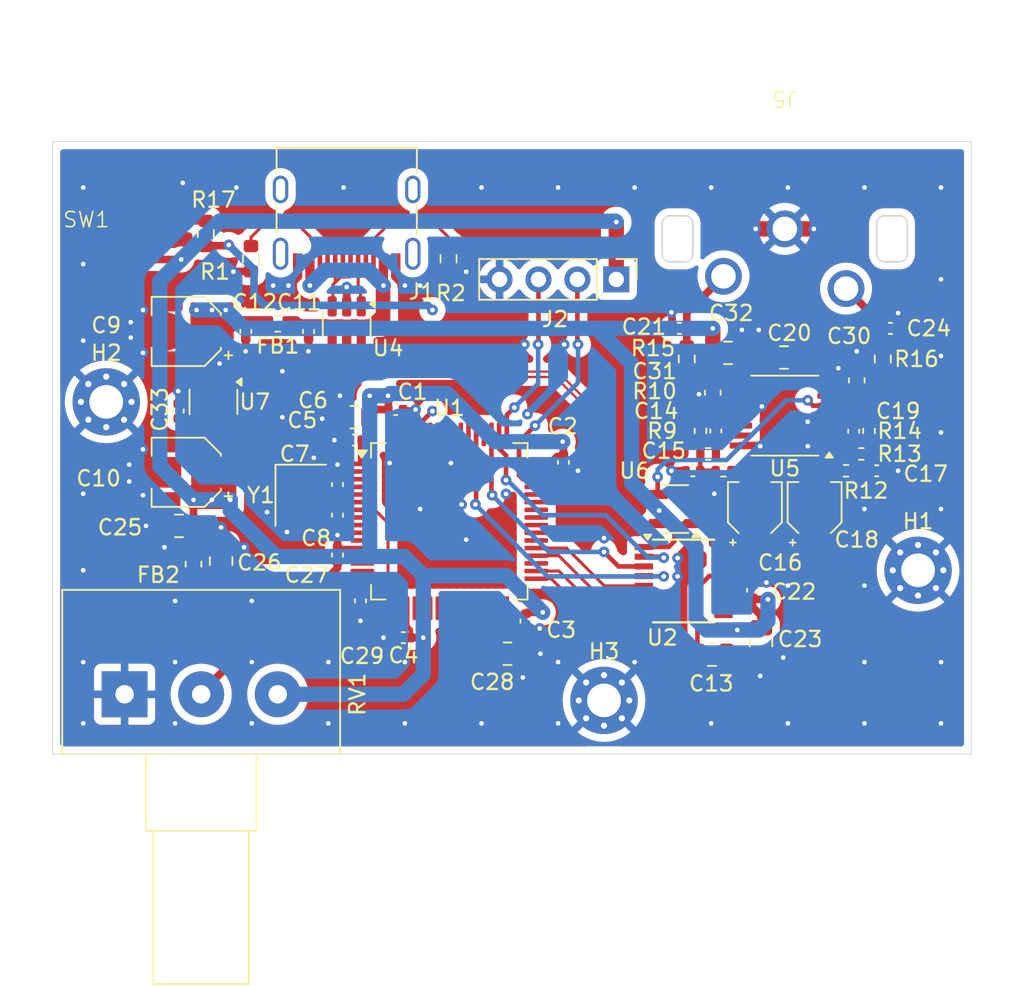
<source format=kicad_pcb>
(kicad_pcb (version 20240108) (generator "pcbnew") (generator_version "8.0")
  (layers (0 "F.Cu" signal) (1 "In1.Cu" signal) (2 "In2.Cu" signal) (31 "B.Cu" signal) (34 "B.Paste" user) (35 "F.Paste" user) (36 "B.SilkS" user "B.Silkscreen") (37 "F.SilkS" user "F.Silkscreen") (38 "B.Mask" user) (39 "F.Mask" user) (44 "Edge.Cuts" user))
  (net 0 "")
  (net 1 "GND")
  (net 2 "+3.3V")
  (net 3 "Net-(U1-PH0)")
  (net 4 "Net-(U1-PH1)")
  (net 5 "+5V")
  (net 6 "VBUS")
  (net 7 "Net-(U2-V_{COM})")
  (net 8 "Net-(U5--INL)")
  (net 9 "Net-(U5-OUTL)")
  (net 10 "Net-(C15-Pad2)")
  (net 11 "Net-(U2-V_{OUT}L)")
  (net 12 "Net-(C17-Pad2)")
  (net 13 "Net-(U2-V_{OUT}R)")
  (net 14 "Net-(U5-OUTR)")
  (net 15 "Net-(U5--INR)")
  (net 16 "Net-(U5-CN)")
  (net 17 "Net-(U5-CP)")
  (net 18 "AUDIO_OUT_L")
  (net 19 "AUDIO_OUT_R")
  (net 20 "+3.3VA")
  (net 21 "Net-(U1-VCAP1)")
  (net 22 "Net-(U1-NRST)")
  (net 23 "Net-(U5-PVSS)")
  (net 24 "Net-(J1-D--PadA7)")
  (net 26 "Net-(J1-CC2)")
  (net 27 "Net-(J1-D+-PadA6)")
  (net 31 "Net-(J1-CC1)")
  (net 34 "SWCLK")
  (net 35 "SWDIO")
  (net 36 "I2S2_MCK")
  (net 37 "I2S2_WS")
  (net 38 "I2S2_CK")
  (net 39 "I2S2_SD")
  (net 40 "Net-(SW1-B)")
  (net 41 "Net-(U1-BOOT0)")
  (net 47 "unconnected-(U1-PA8-Pad41)")
  (net 62 "USB_D+")
  (net 65 "SPI3_MOSI")
  (net 70 "USB_D-")
  (net 72 "unconnected-(U1-PC9-Pad40)")
  (net 80 "Net-(U2-ZEROR)")
  (net 81 "Net-(U2-ZEROL)")
  (net 85 "DRV_EN")
  (net 86 "Net-(C16-Pad2)")
  (net 87 "Net-(C18-Pad2)")
  (net 88 "Net-(U7-BP)")
  (net 90 "ADC1_IN2")
  (net 91 "SPI3_NSS")
  (net 92 "SPI3_SCK")
  (footprint "Capacitor_SMD:C_0402_1005Metric" (layer "F.Cu") (at 70.4 84.5)
    (property "Reference" "C1")
    (property "Value" "100n")
  )
  (footprint "Capacitor_SMD:CP_Elec_4x5.4" (layer "F.Cu") (at 56.725 88.6 180)
    (property "Reference" "C10")
    (property "Value" "4.7u")
  )
  (footprint "Capacitor_SMD:C_0402_1005Metric" (layer "F.Cu") (at 101.8 88.5 180)
    (property "Reference" "C17")
    (property "Value" "680p")
  )
  (footprint "Capacitor_SMD:C_0402_1005Metric" (layer "F.Cu") (at 93.7 96.31 90)
    (property "Reference" "C22")
    (property "Value" "100n")
  )
  (footprint "custom_lib:XDJK-0271-1650" (layer "F.Cu") (at 95.8 72.7 180)
    (property "Reference" "J5")
    (property "Value" "Conn_Coaxial_x2")
    (fp_line (start 8 -1.65) (end 8 0.35) (stroke (width 0.1)) (layer "Edge.Cuts"))
    (fp_line (start 7.5 0.85) (end 6.5 0.85) (stroke (width 0.1)) (layer "Edge.Cuts"))
    (fp_line (start 7.5 -2.15) (end 6.5 -2.15) (stroke (width 0.1)) (layer "Edge.Cuts"))
    (fp_line (start 6 0.35) (end 6 -1.65) (stroke (width 0.1)) (layer "Edge.Cuts"))
    (fp_line (start -6 -1.65) (end -6 0.35) (stroke (width 0.1)) (layer "Edge.Cuts"))
    (fp_line (start -6.5 0.85) (end -7.5 0.85) (stroke (width 0.1)) (layer "Edge.Cuts"))
    (fp_line (start -6.5 -2.15) (end -7.5 -2.15) (stroke (width 0.1)) (layer "Edge.Cuts"))
    (fp_line (start -8 0.35) (end -8 -1.65) (stroke (width 0.1)) (layer "Edge.Cuts"))
    (fp_arc (start 8 0.35) (mid 7.853553 0.703553) (end 7.5 0.85) (stroke (width 0.1)) (layer "Edge.Cuts"))
    (fp_arc (start 7.5 -2.15) (mid 7.853553 -2.003553) (end 8 -1.65) (stroke (width 0.1)) (layer "Edge.Cuts"))
    (fp_arc (start 6.5 0.85) (mid 6.146447 0.703553) (end 6 0.35) (stroke (width 0.1)) (layer "Edge.Cuts"))
    (fp_arc (start 6 -1.65) (mid 6.146447 -2.003553) (end 6.5 -2.15) (stroke (width 0.1)) (layer "Edge.Cuts"))
    (fp_arc (start -6 0.35) (mid -6.146447 0.703553) (end -6.5 0.85) (stroke (width 0.1)) (layer "Edge.Cuts"))
    (fp_arc (start -6.5 -2.15) (mid -6.146447 -2.003553) (end -6 -1.65) (stroke (width 0.1)) (layer "Edge.Cuts"))
    (fp_arc (start -7.5 0.85) (mid -7.853553 0.703553) (end -8 0.35) (stroke (width 0.1)) (layer "Edge.Cuts"))
    (fp_arc (start -8 -1.65) (mid -7.853553 -2.003553) (end -7.5 -2.15) (stroke (width 0.1)) (layer "Edge.Cuts"))
  )
  (footprint "Connector_USB:USB_C_Receptacle_G-Switch_GT-USB-7010ASV" (layer "F.Cu") (at 67.2 71.2 180)
    (property "Reference" "J1")
    (property "Value" "USB_C_Receptacle_USB2.0_16P")
  )
  (footprint "Capacitor_SMD:C_0402_1005Metric" (layer "F.Cu") (at 88.92 79.2 180)
    (property "Reference" "C21")
    (property "Value" "33p")
  )
  (footprint "Potentiometer_THT:Potentiometer_Alps_RK163_Single_Horizontal" (layer "F.Cu") (at 52.7 103.1 90)
    (property "Reference" "RV1")
    (property "Value" "R_Potentiometer")
  )
  (footprint "Resistor_SMD:R_0603_1608Metric" (layer "F.Cu") (at 102.2 81.2 90)
    (property "Reference" "R16")
    (property "Value" "47")
  )
  (footprint "custom_lib:JS102011JCQN" (layer "F.Cu") (at 51.625 72.2 -90)
    (property "Reference" "SW1")
    (property "Value" "SW_SPDT")
  )
  (footprint "Package_QFP:LQFP-64_10x10mm_P0.5mm" (layer "F.Cu") (at 73.9 91.8)
    (property "Reference" "U1")
    (property "Value" "STM32F401RCT6")
  )
  (footprint "Resistor_SMD:R_0402_1005Metric" (layer "F.Cu") (at 101.3 85.9 90)
    (property "Reference" "R14")
    (property "Value" "28k")
  )
  (footprint "Capacitor_SMD:C_0805_2012Metric" (layer "F.Cu") (at 67.7 85 180)
    (property "Reference" "C6")
    (property "Value" "10u")
  )
  (footprint "Capacitor_SMD:C_0402_1005Metric" (layer "F.Cu") (at 60.612499 79.4 -90)
    (property "Reference" "C12")
    (property "Value" "100n")
  )
  (footprint "Capacitor_SMD:C_0402_1005Metric" (layer "F.Cu") (at 89.8 88.5)
    (property "Reference" "C15")
    (property "Value" "680p")
  )
  (footprint "Capacitor_SMD:C_0805_2012Metric" (layer "F.Cu") (at 56.250001 92.1 180)
    (property "Reference" "C25")
    (property "Value" "1u")
  )
  (footprint "Resistor_SMD:R_0603_1608Metric" (layer "F.Cu") (at 58 73 -90)
    (property "Reference" "R17")
    (property "Value" "10k")
  )
  (footprint "Capacitor_SMD:C_0402_1005Metric" (layer "F.Cu") (at 100.3 85.92 90)
    (property "Reference" "C19")
    (property "Value" "100p")
  )
  (footprint "Resistor_SMD:R_0603_1608Metric" (layer "F.Cu") (at 89.4 81.2 90)
    (property "Reference" "R15")
    (property "Value" "47")
  )
  (footprint "Capacitor_SMD:C_0805_2012Metric" (layer "F.Cu") (at 94.25 99.71 -90)
    (property "Reference" "C23")
    (property "Value" "10u")
  )
  (footprint "Capacitor_SMD:CP_Elec_3x5.4" (layer "F.Cu") (at 93.85 91 90)
    (property "Reference" "C16")
    (property "Value" "10u")
  )
  (footprint "Capacitor_SMD:C_0603_1608Metric" (layer "F.Cu") (at 91.1 83.4 -90)
    (property "Reference" "C31")
    (property "Value" "1u")
  )
  (footprint "Resistor_SMD:R_0402_1005Metric" (layer "F.Cu") (at 91.8 88.5 180)
    (property "Reference" "R11" (hide yes))
    (property "Value" "14k")
  )
  (footprint "Resistor_SMD:R_0402_1005Metric" (layer "F.Cu") (at 99.8 88.5)
    (property "Reference" "R12")
    (property "Value" "14k")
  )
  (footprint "Capacitor_SMD:C_0402_1005Metric" (layer "F.Cu") (at 66.6 89.4 90)
    (property "Reference" "C7")
    (property "Value" "20p")
  )
  (footprint "Capacitor_SMD:C_0402_1005Metric" (layer "F.Cu") (at 78.9 98.32 -90)
    (property "Reference" "C3")
    (property "Value" "100n")
  )
  (footprint "Resistor_SMD:R_0603_1608Metric" (layer "F.Cu") (at 73.85 74.65 -90)
    (property "Reference" "R2")
    (property "Value" "5k1")
  )
  (footprint "Capacitor_SMD:C_0402_1005Metric" (layer "F.Cu") (at 102.7 79.2)
    (property "Reference" "C24")
    (property "Value" "33p")
  )
  (footprint "Package_SO:SSOP-16_3.9x4.9mm_P0.635mm" (layer "F.Cu") (at 89.2 95.7)
    (property "Reference" "U2")
    (property "Value" "PCM1780")
  )
  (footprint "Capacitor_SMD:CP_Elec_4x5.4" (layer "F.Cu") (at 56.725 79.4 180)
    (property "Reference" "C9")
    (property "Value" "4.7u")
  )
  (footprint "Capacitor_SMD:C_0402_1005Metric" (layer "F.Cu") (at 67.7 86.5 180)
    (property "Reference" "C5")
    (property "Value" "100n")
  )
  (footprint "Resistor_SMD:R_0402_1005Metric" (layer "F.Cu") (at 90.8 87.4)
    (property "Reference" "R9")
    (property "Value" "4k53")
  )
  (footprint "Resistor_SMD:R_0603_1608Metric" (layer "F.Cu") (at 60.95 74.65 -90)
    (property "Reference" "R1")
    (property "Value" "5k1")
  )
  (footprint "Capacitor_SMD:C_0402_1005Metric" (layer "F.Cu") (at 66.6 94 90)
    (property "Reference" "C27")
    (property "Value" "100n")
  )
  (footprint "Resistor_SMD:R_0402_1005Metric" (layer "F.Cu") (at 90.3 85.9 90)
    (property "Reference" "R10")
    (property "Value" "28k")
  )
  (footprint "MountingHole:MountingHole_2.2mm_M2_Pad_Via" (layer "F.Cu") (at 104.5 95)
    (property "Reference" "H1")
    (property "Value" "MountingHole_Pad")
  )
  (footprint "Capacitor_SMD:C_0402_1005Metric" (layer "F.Cu") (at 56.2 84.6 90)
    (property "Reference" "C33")
    (property "Value" "10n")
  )
  (footprint "Package_TO_SOT_SMD:SOT-23-5" (layer "F.Cu") (at 58.5 84 -90)
    (property "Reference" "U7")
    (property "Value" "SPX3819M5-L-3-3")
  )
  (footprint "Inductor_SMD:L_0603_1608Metric" (layer "F.Cu") (at 57.2 94.6 -90)
    (property "Reference" "FB2")
    (property "Value" "220R")
  )
  (footprint "MountingHole:MountingHole_2.2mm_M2_Pad_Via" (layer "F.Cu") (at 84 103.5)
    (property "Reference" "H3")
    (property "Value" "MountingHole_Pad")
  )
  (footprint "Capacitor_SMD:C_0402_1005Metric" (layer "F.Cu") (at 81.35 87.95 -90)
    (property "Reference" "C2")
    (property "Value" "100n")
  )
  (footprint "MountingHole:MountingHole_2.2mm_M2_Pad_Via" (layer "F.Cu") (at 51.5 84)
    (property "Reference" "H2")
    (property "Value" "MountingHole_Pad")
  )
  (footprint "Capacitor_SMD:C_0402_1005Metric" (layer "F.Cu") (at 68.1 97 -90)
    (property "Reference" "C29")
    (property "Value" "100n")
  )
  (footprint "Resistor_SMD:R_0402_1005Metric" (layer "F.Cu") (at 100.8 87.4 180)
    (property "Reference" "R13")
    (property "Value" "4k53")
  )
  (footprint "Capacitor_SMD:C_0402_1005Metric" (layer "F.Cu") (at 91.3 85.9 90)
    (property "Reference" "C14")
    (property "Value" "100p")
  )
  (footprint "Capacitor_SMD:C_0402_1005Metric" (layer "F.Cu") (at 64.712499 79.4 -90)
    (property "Reference" "C11")
    (property "Value" "10n")
  )
  (footprint "Capacitor_SMD:C_0805_2012Metric" (layer "F.Cu") (at 92.1 80.8)
    (property "Reference" "C32")
    (property "Value" "10u")
  )
  (footprint "Capacitor_SMD:C_0402_1005Metric" (layer "F.Cu") (at 70.9 99.4 180)
    (property "Reference" "C4")
    (property "Value" "100n")
  )
  (footprint "Capacitor_SMD:C_0805_2012Metric" (layer "F.Cu") (at 77.7 100.45)
    (property "Reference" "C28")
    (property "Value" "10u")
  )
  (footprint "Package_TO_SOT_SMD:SOT-23-5" (layer "F.Cu") (at 88.7 91 180)
    (property "Reference" "U6")
    (property "Value" "74AHC1G02")
  )
  (footprint "Capacitor_SMD:CP_Elec_3x5.4" (layer "F.Cu") (at 97.75 91 90)
    (property "Reference" "C18")
    (property "Value" "10u")
  )
  (footprint "Package_SO:TSSOP-14_4.4x5mm_P0.65mm" (layer "F.Cu") (at 95.8 84.9 180)
    (property "Reference" "U5")
    (property "Value" "DRV602PWR")
  )
  (footprint "Capacitor_SMD:C_0402_1005Metric" (layer "F.Cu") (at 66.6 91.4 -90)
    (property "Reference" "C8")
    (property "Value" "20p")
  )
  (footprint "Connector_PinHeader_2.54mm:PinHeader_1x04_P2.54mm_Vertical" (layer "F.Cu") (at 84.8 76 -90)
    (property "Reference" "J2")
    (property "Value" "Conn_01x04_Pin")
  )
  (footprint "Inductor_SMD:L_0603_1608Metric" (layer "F.Cu") (at 62.7 78.9 180)
    (property "Reference" "FB1")
    (property "Value" "220R")
  )
  (footprint "Capacitor_SMD:C_0805_2012Metric" (layer "F.Cu") (at 91.05 100.51)
    (property "Reference" "C13")
    (property "Value" "10u")
  )
  (footprint "Capacitor_SMD:C_0805_2012Metric" (layer "F.Cu") (at 59 94.4 90)
    (property "Reference" "C26")
    (property "Value" "1u")
  )
  (footprint "Package_TO_SOT_SMD:SOT-23-6" (layer "F.Cu") (at 67.2 78.9 -90)
    (property "Reference" "U4")
    (property "Value" "USBLC6-2SC6")
  )
  (footprint "Capacitor_SMD:C_0603_1608Metric" (layer "F.Cu") (at 100.5 82.6 90)
    (property "Reference" "C30")
    (property "Value" "1u")
  )
  (footprint "Crystal:Crystal_SMD_3225-4Pin_3.2x2.5mm" (layer "F.Cu") (at 64.2 90.1 -90)
    (property "Reference" "Y1")
    (property "Value" "24MHz")
  )
  (footprint "Capacitor_SMD:C_0805_2012Metric" (layer "F.Cu") (at 95.75 81.1)
    (property "Reference" "C20")
    (property "Value" "1u")
  )
  (gr_rect (start 48 67) (end 108 107) (stroke (width 0.05)) (fill none) (layer "Edge.Cuts"))
  (segment (start 102.28 88.5) (end 103.2 88.5) (width 0.5) (layer "F.Cu") (net 1))
  (segment (start 59.825 75.475) (end 59.8 75.5) (width 0.5) (layer "F.Cu") (net 1))
  (segment (start 58.5 81.9) (end 58.9 81.5) (width 0.5) (layer "F.Cu") (net 1))
  (segment (start 91.2 90) (end 89.887501 90) (width 0.5) (layer "F.Cu") (net 1))
  (segment (start 70.65 97.475) (end 70.65 98.6) (width 0.3) (layer "F.Cu") (net 1))
  (segment (start 66.6 93.52) (end 66.6 92.7) (width 0.5) (layer "F.Cu") (net 1))
  (segment (start 63.4 76.4) (end 62.4 76.4) (width 1) (layer "F.Cu") (net 1))
  (segment (start 66.6 91.88) (end 66.6 92.7) (width 0.5) (layer "F.Cu") (net 1))
  (segment (start 70.42 99.4) (end 69.6 99.4) (width 0.5) (layer "F.Cu") (net 1))
  (segment (start 103.18 78.22) (end 103.2 78.2) (width 0.5) (layer "F.Cu") (net 1))
  (segment (start 97.35 86.85) (end 97.3 86.9) (width 0.5) (layer "F.Cu") (net 1))
  (segment (start 58.5 82.8625) (end 58.5 81.9) (width 0.5) (layer "F.Cu") (net 1))
  (segment (start 78.9 98.8) (end 79.8 98.8) (width 0.3) (layer "F.Cu") (net 1))
  (segment (start 73.85 75.475) (end 74.975 75.475) (width 0.5) (layer "F.Cu") (net 1))
  (segment (start 68.225 93.55) (end 66.63 93.55) (width 0.3) (layer "F.Cu") (net 1))
  (segment (start 78.65 100.45) (end 78.65 101.95) (width 0.5) (layer "F.Cu") (net 1))
  (segment (start 95.66 100.66) (end 95.7 100.7) (width 1) (layer "F.Cu") (net 1))
  (segment (start 103.18 79.2) (end 103.18 78.22) (width 0.5) (layer "F.Cu") (net 1))
  (segment (start 78.65 101.95) (end 78.7 102) (width 0.5) (layer "F.Cu") (net 1))
  (segment (start 63.35 91.2) (end 62 91.2) (width 0.5) (layer "F.Cu") (net 1))
  (segment (start 92.9375 84.25) (end 91.175 84.25) (width 0.3) (layer "F.Cu") (net 1))
  (segment (start 90.2 83.5) (end 90.875 84.175) (width 0.5) (layer "F.Cu") (net 1))
  (segment (start 92.9375 86.85) (end 94.15 86.85) (width 0.5) (layer "F.Cu") (net 1))
  (segment (start 94.57 95.83) (end 94.6 95.8) (width 0.5) (layer "F.Cu") (net 1))
  (segment (start 91.175 84.25) (end 91.1 84.175) (width 0.3) (layer "F.Cu") (net 1))
  (segment (start 66.6 88.92) (end 66.6 88.1) (width 0.5) (layer "F.Cu") (net 1))
  (segment (start 91.8 96.0175) (end 92.9425 96.0175) (width 0.3) (layer "F.Cu") (net 1))
  (segment (start 97.7 84.9) (end 97.3 85.3) (width 0.5) (layer "F.Cu") (net 1))
  (segment (start 66.75 85) (end 66.75 85.75) (width 0.5) (layer "F.Cu") (net 1))
  (segment (start 64.712499 79.88) (end 64.712499 80.687501) (width 0.5) (layer "F.Cu") (net 1))
  (segment (start 60.5 93.5) (end 59.049999 93.5) (width 0.5) (layer "F.Cu") (net 1))
  (segment (start 78.9 100.2) (end 78.65 100.45) (width 0.3) (layer "F.Cu") (net 1))
  (segment (start 56.2 84.12) (end 56.2 83.3) (width 0.3) (layer "F.Cu") (net 1))
  (segment (start 88.44 79.2) (end 88.44 78.19) (width 0.5) (layer "F.Cu") (net 1))
  (segment (start 64 75.8) (end 63.4 76.4) (width 0.6) (layer "F.Cu") (net 1))
  (segment (start 79.85 100.45) (end 78.65 100.45) (width 0.5) (layer "F.Cu") (net 1))
  (segment (start 55.3 93.5) (end 55.3 92.100002) (width 0.5) (layer "F.Cu") (net 1))
  (segment (start 60.612499 80.687501) (end 60.6 80.7) (width 0.5) (layer "F.Cu") (net 1))
  (segment (start 70.88 84.5) (end 71.7 84.5) (width 0.3) (layer "F.Cu") (net 1))
  (segment (start 94.25 100.66) (end 92.15 100.66) (width 1) (layer "F.Cu") (net 1))
  (segment (start 92.9425 96.0175) (end 93.13 95.83) (width 0.3) (layer "F.Cu") (net 1))
  (segment (start 77.15 98.35312) (end 77.59688 98.8) (width 0.3) (layer "F.Cu") (net 1))
  (segment (start 59.049999 93.5) (end 59 93.450001) (width 0.5) (layer "F.Cu") (net 1))
  (segment (start 68.1 97.48) (end 68.1 98.3) (width 0.5) (layer "F.Cu") (net 1))
  (segment (start 93 79.3) (end 93.049999 79.349999) (width 1) (layer "F.Cu") (net 1))
  (segment (start 99.3 81.8) (end 99.325 81.825) (width 0.5) (layer "F.Cu") (net 1))
  (segment (start 70.4 99.38) (end 70.42 99.4) (width 0.3) (layer "F.Cu") (net 1))
  (segment (start 99.325 81.825) (end 100.5 81.825) (width 0.5) (layer "F.Cu") (net 1))
  (segment (start 89.32 88.5) (end 88.4 88.5) (width 0.5) (layer "F.Cu") (net 1))
  (segment (start 60.95 75.475) (end 59.825 75.475) (width 0.5) (layer "F.Cu") (net 1))
  (segment (start 93.13 95.83) (end 93.7 95.83) (width 0.3) (layer "F.Cu") (net 1))
  (segment (start 63.35 92.45) (end 63.3 92.5) (width 0.5) (layer "F.Cu") (net 1))
  (segment (start 81.417396 88.497396) (end 81.35 88.43) (width 0.3) (layer "F.Cu") (net 1))
  (segment (start 81.23 88.55) (end 81.35 88.43) (width 0.3) (layer "F.Cu") (net 1))
  (segment (start 82.297396 88.497396) (end 81.417396 88.497396) (width 0.3) (layer "F.Cu") (net 1))
  (segment (start 64 74.925) (end 64 75.8) (width 0.6) (layer "F.Cu") (net 1))
  (segment (start 70.4 74.925) (end 70.4 75.8) (width 0.6) (layer "F.Cu") (net 1))
  (segment (start 74.975 75.475) (end 75 75.5) (width 0.5) (layer "F.Cu") (net 1))
  (segment (start 94.25 100.66) (end 95.66 100.66) (width 1) (layer "F.Cu") (net 1))
  (segment (start 94.25 101.85) (end 94.2 101.9) (width 1) (layer "F.Cu") (net 1))
  (segment (start 66.4 86.5) (end 67.22 86.5) (width 0.5) (layer "F.Cu") (net 1))
  (segment (start 63.35 91.2) (end 63.35 92.45) (width 0.5) (layer "F.Cu") (net 1))
  (segment (start 94.15 86.85) (end 94.2 86.9) (width 0.5) (layer "F.Cu") (net 1))
  (segment (start 70.88 84.92) (end 70.88 84.5) (width 0.3) (layer "F.Cu") (net 1))
  (segment (start 90.875 84.175) (end 91.1 84.175) (width 0.5) (layer "F.Cu") (net 1))
  (segment (start 70.65 98.6) (end 70.4 98.85) (width 0.3) (layer "F.Cu") (net 1))
  (segment (start 64.712499 80.687501) (end 64.7 80.7) (width 0.5) (layer "F.Cu") (net 1))
  (segment (start 66.75 85.75) (end 67.22 86.22) (width 0.5) (layer "F.Cu") (net 1))
  (segment (start 93.7 95.83) (end 94.57 95.83) (width 0.5) (layer "F.Cu") (net 1))
  (segment (start 93.049999 79.349999) (end 93.049999 80.8) (width 1) (layer "F.Cu") (net 1))
  (segment (start 71 76.4) (end 72 76.4) (width 1) (layer "F.Cu") (net 1))
  (segment (start 95.8 72.7) (end 97.7 72.7) (width 1) (layer "F.Cu") (net 1))
  (segment (start 59 92.2) (end 59 93.450001) (width 0.5) (layer "F.Cu") (net 1))
  (segment (start 77.15 97.475) (end 77.15 98.35312) (width 0.3) (layer "F.Cu") (net 1))
  (segment (start 56.5 69.7) (end 52.424999 69.7) (width 0.5) (layer "F.Cu") (net 1))
  (segment (start 94.25 84.25) (end 93.277449 84.25) (width 0.5) (layer "F.Cu") (net 1))
  (segment (start 93 79.3) (end 94.1 79.3) (width 1) (layer "F.Cu") (net 1))
  (segment (start 65.05 87.65) (end 65.05 89) (width 0.5) (layer "F.Cu") (net 1))
  (segment (start 77.59688 98.8) (end 78.9 98.8) (width 0.3) (layer "F.Cu") (net 1))
  (segment (start 70.4 98.85) (end 70.4 99.38) (width 0.3) (layer "F.Cu") (net 1))
  (segment (start 94.25 100.66) (end 94.25 101.85) (width 1) (layer "F.Cu") (net 1))
  (segment (start 66.75 83.6) (end 66.75 85) (width 0.5) (layer "F.Cu") (net 1))
  (segment (start 70.4 75.8) (end 71 76.4) (width 0.6) (layer "F.Cu") (net 1))
  (segment (start 88.44 78.19) (end 88.4 78.15) (width 0.5) (layer "F.Cu") (net 1))
  (segment (start 95.8 72.7) (end 93.9 72.7) (width 1) (layer "F.Cu") (net 1))
  (segment (start 66.65 85.1) (end 65.6 85.1) (width 0.5) (layer "F.Cu") (net 1))
  (segment (start 60.612499 79.88) (end 60.612499 80.687501) (width 0.5) (layer "F.Cu") (net 1))
  (segment (start 66.63 93.55) (end 66.6 93.52) (width 0.3) (layer "F.Cu") (net 1))
  (segment (start 67.2 76.5) (end 67.2 77.7625) (width 0.5) (layer "F.Cu") (net 1))
  (segment (start 98.6625 84.9) (end 97.7 84.9) (width 0.5) (layer "F.Cu") (net 1))
  (segment (start 54.1 92.1) (end 55.300002 92.1) (width 0.5) (layer "F.Cu") (net 1))
  (segment (start 70.65 85.15) (end 70.88 84.92) (width 0.3) (layer "F.Cu") (net 1))
  (segment (start 89.887501 90) (end 89.8375 90.050001) (width 0.5) (layer "F.Cu") (net 1))
  (segment (start 55.3 92.100002) (end 55.300002 92.1) (width 0.5) (layer "F.Cu") (net 1))
  (segment (start 92.15 100.66) (end 92 100.51) (width 1) (layer "F.Cu") (net 1))
  (segment (start 94.25 84.25) (end 94.3 84.3) (width 0.3) (layer "F.Cu") (net 1))
  (segment (start 79.575 88.55) (end 81.23 88.55) (width 0.3) (layer "F.Cu") (net 1))
  (segment (start 98.6625 86.85) (end 97.35 86.85) (width 0.5) (layer "F.Cu") (net 1))
  (segment (start 67.22 86.22) (end 67.22 86.5) (width 0.5) (layer "F.Cu") (net 1))
  (segment (start 70.65 86.125) (end 70.65 85.15) (width 0.3) (layer "F.Cu") (net 1))
  (segment (start 78.9 98.8) (end 78.9 100.2) (width 0.3) (layer "F.Cu") (net 1))
  (segment (start 66.75 85) (end 66.65 85.1) (width 0.5) (layer "F.Cu") (net 1))
  (segment (start 100.5 81.825) (end 100.5 80.7) (width 0.5) (layer "F.Cu") (net 1))
  (via (at 72 76.4) (size 0.7) (drill 0.3) (layers "F.Cu" "B.Cu") (net 1))
  (via (at 63 85) (size 0.7) (drill 0.3) (layers "F.Cu" "B.Cu") (net 1))
  (via (at 100.5 80.7) (size 0.7) (drill 0.3) (layers "F.Cu" "B.Cu") (net 1))
  (via (at 66.75 83.6) (size 0.7) (drill 0.3) (layers "F.Cu" "B.Cu") (net 1))
  (via (at 50 75) (size 0.7) (drill 0.3) (layers "F.Cu" "B.Cu") (net 1))
  (via (at 106 101) (size 0.7) (drill 0.3) (layers "F.Cu" "B.Cu") (net 1))
  (via (at 53 88.1) (size 0.7) (drill 0.3) (layers "F.Cu" "B.Cu") (net 1))
  (via (at 53.9 87.1) (size 0.7) (drill 0.3) (layers "F.Cu" "B.Cu") (net 1))
  (via (at 50 90) (size 0.7) (drill 0.3) (layers "F.Cu" "B.Cu") (net 1))
  (via (at 53.9 80.8) (size 0.7) (drill 0.3) (layers "F.Cu" "B.Cu") (net 1))
  (via (at 88.8 95.4) (size 0.7) (drill 0.3) (layers "F.Cu" "B.Cu") (net 1))
  (via (at 103.2 78.2) (size 0.7) (drill 0.3) (layers "F.Cu" "B.Cu") (net 1))
  (via (at 65.05 87.65) (size 0.7) (drill 0.3) (layers "F.Cu" "B.Cu") (net 1))
  (via (at 56.2 83.3) (size 0.7) (drill 0.3) (layers "F.Cu" "B.Cu") (net 1))
  (via (at 71.7 84.5) (size 0.7) (drill 0.3) (layers "F.Cu" "B.Cu") (net 1))
  (via (at 69.6 99.4) (size 0.7) (drill 0.3) (layers "F.Cu" "B.Cu") (net 1))
  (via (at 75 93) (size 0.7) (drill 0.3) (layers "F.Cu" "B.Cu") (net 1))
  (via (at 96 70) (size 0.7) (drill 0.3) (layers "F.Cu" "B.Cu") (net 1))
  (via (at 76 105) (size 0.7) (drill 0.3) (layers "F.Cu" "B.Cu") (net 1))
  (via (at 66.6 92.7) (size 0.7) (drill 0.3) (layers "F.Cu" "B.Cu") (net 1))
  (via (at 93.9 72.7) (size 0.7) (drill 0.3) (layers "F.Cu" "B.Cu") (net 1))
  (via (at 63.3 92.5) (size 0.7) (drill 0.3) (layers "F.Cu" "B.Cu") (net 1))
  (via (at 72 91) (size 0.7) (drill 0.3) (layers "F.Cu" "B.Cu") (net 1))
  (via (at 81 70) (size 0.7) (drill 0.3) (layers "F.Cu" "B.Cu") (net 1))
  (via (at 91.2 90) (size 0.7) (drill 0.3) (layers "F.Cu" "B.Cu") (net 1))
  (via (at 58.9 81.5) (size 0.7) (drill 0.3) (layers "F.Cu" "B.Cu") (net 1))
  (via (at 66 105) (size 0.7) (drill 0.3) (layers "F.Cu" "B.Cu") (net 1))
  (via (at 68.1 98.3) (size 0.7) (drill 0.3) (layers "F.Cu" "B.Cu") (net 1))
  (via (at 91 105) (size 0.7) (drill 0.3) (layers "F.Cu" "B.Cu") (net 1))
  (via (at 60.6 80.7) (size 0.7) (drill 0.3) (layers "F.Cu" "B.Cu") (net 1))
  (via (at 75 75.5) (size 0.7) (drill 0.3) (layers "F.Cu" "B.Cu") (net 1))
  (via (at 77.602387 90.012437) (size 0.7) (drill 0.3) (layers "F.Cu" "B.Cu") (net 1))
  (via (at 94.1 79.3) (size 0.7) (drill 0.3) (layers "F.Cu" "B.Cu") (net 1))
  (via (at 53.1 78.8) (size 0.7) (drill 0.3) (layers "F.Cu" "B.Cu") (net 1))
  (via (at 59.8 75.5) (size 0.7) (drill 0.3) (layers "F.Cu" "B.Cu") (net 1))
  (via (at 81.399997 80.25) (size 0.7) (drill 0.3) (layers "F.Cu" "B.Cu") (net 1))
  (via (at 95.7 100.7) (size 0.7) (drill 0.3) (layers "F.Cu" "B.Cu") (net 1))
  (via (at 96 105) (size 0.7) (drill 0.3) (layers "F.Cu" "B.Cu") (net 1))
  (via (at 67 70) (size 0.7) (drill 0.3) (layers "F.Cu" "B.Cu") (net 1))
  (via (at 74.699997 90.7) (size 0.7) (drill 0.3) (layers "F.Cu" "B.Cu") (net 1))
  (via (at 88.4 88.5) (size 0.7) (drill 0.3) (layers "F.Cu" "B.Cu") (net 1))
  (via (at 56 105) (size 0.7) (drill 0.3) (layers "F.Cu" "B.Cu") (net 1))
  (via (at 66 101) (size 0.7) (drill 0.3) (layers "F.Cu" "B.Cu") (net 1))
  (via (at 106 76) (size 0.7) (drill 0.3) (layers "F.Cu" "B.Cu") (net 1))
  (via (at 94.3 84.3) (size 0.7) (drill 0.3) (layers "F.Cu" "B.Cu") (net 1))
  (via (at 66.4 86.5) (size 0.7) (drill 0.3) (layers "F.Cu" "B.Cu") (net 1))
  (via (at 106 81) (size 0.7) (drill 0.3) (layers "F.Cu" "B.Cu") (net 1))
  (via (at 94.6 95.8) (size 0.7) (drill 0.3) (layers "F.Cu" "B.Cu") (net 1))
  (via (at 86 70) (size 0.7) (drill 0.3) (layers "F.Cu" "B.Cu") (net 1))
  (via (at 79.8 98.8) (size 0.7) (drill 0.3) (layers "F.Cu" "B.Cu") (net 1))
  (via (at 74 88) (size 0.7) (drill 0.3) (layers "F.Cu" "B.Cu") (net 1))
  (via (at 97.7 72.7) (size 0.7) (drill 0.3) (layers "F.Cu" "B.Cu") (net 1))
  (via (at 71 105) (size 0.7) (drill 0.3) (layers "F.Cu" "B.Cu") (net 1))
  (via (at 53.1 79.8) (size 0.7) (drill 0.3) (layers "F.Cu" "B.Cu") (net 1))
  (via (at 61 105) (size 0.7) (drill 0.3) (layers "F.Cu" "B.Cu") (net 1))
  (via (at 63.4 76.4) (size 0.7) (drill 0.3) (layers "F.Cu" "B.Cu") (net 1))
  (via (at 71 76.4) (size 0.7) (drill 0.3) (layers "F.Cu" "B.Cu") (net 1))
  (via (at 50 101) (size 0.7) (drill 0.3) (layers "F.Cu" "B.Cu") (net 1))
  (via (at 106 105) (size 0.7) (drill 0.3) (layers "F.Cu" "B.Cu") (net 1))
  (via (at 50 70) (size 0.7) (drill 0.3) (layers "F.Cu" "B.Cu") (net 1))
  (via (at 86 101) (size 0.7) (drill 0.3) (layers "F.Cu" "B.Cu") (net 1))
  (via (at 50 105) (size 0.7) (drill 0.3) (layers "F.Cu" "B.Cu") (net 1))
  (via (at 56 101) (size 0.7) (drill 0.3) (layers "F.Cu" "B.Cu") (net 1))
  (via (at 81 101) (size 0.7) (drill 0.3) (layers "F.Cu" "B.Cu") (net 1))
  (via (at 94.2 101.9) (size 0.7) (drill 0.3) (layers "F.Cu" "B.Cu") (net 1))
  (via (at 55.3 93.5) (size 0.7) (drill 0.3) (layers "F.Cu" "B.Cu") (net 1))
  (via (at 79 84.8) (size 0.7) (drill 0.3) (layers "F.Cu" "B.Cu") (net 1))
  (via (at 101 101) (size 0.7) (drill 0.3) (layers "F.Cu" "B.Cu") (net 1))
  (via (at 90.2 83.5) (size 0.7) (drill 0.3) (layers "F.Cu" "B.Cu") (net 1))
  (via (at 50 80) (size 0.7) (drill 0.3) (layers "F.Cu" "B.Cu") (net 1))
  (via (at 97.3 85.3) (size 0.7) (drill 0.3) (layers "F.Cu" "B.Cu") (net 1))
  (via (at 78.799997 80.25) (size 0.7) (drill 0.3) (layers "F.Cu" "B.Cu") (net 1))
  (via (at 101 105) (size 0.7) (drill 0.3) (layers "F.Cu" "B.Cu") (net 1))
  (via (at 91 70) (size 0.7) (drill 0.3) (layers "F.Cu" "B.Cu") (net 1))
  (via (at 103.2 88.5) (size 0.7) (drill 0.3) (layers "F.Cu" "B.Cu") (net 1))
  (via (at 70 88) (size 0.7) (drill 0.3) (layers "F.Cu" "B.Cu") (net 1))
  (via (at 61 97) (size 0.7) (drill 0.3) (layers "F.Cu" "B.Cu") (net 1))
  (via (at 93 79.3) (size 0.7) (drill 0.3) (layers "F.Cu" "B.Cu") (net 1))
  (via (at 67.2 76.5) (size 0.7) (drill 0.3) (layers "F.Cu" "B.Cu") (net 1))
  (via (at 50 95) (size 0.7) (drill 0.3) (layers "F.Cu" "B.Cu") (net 1))
  (via (at 76 70) (size 0.7) (drill 0.3) (layers "F.Cu" "B.Cu") (net 1))
  (via (at 97.3 86.9) (size 0.7) (drill 0.3) (layers "F.Cu" "B.Cu") (net 1))
  (via (at 53.9 78) (size 0.7) (drill 0.3) (layers "F.Cu" "B.Cu") (net 1))
  (via (at 56.5 69.7) (size 0.7) (drill 0.3) (layers "F.Cu" "B.Cu") (net 1))
  (via (at 78.7 102) (size 0.7) (drill 0.3) (layers "F.Cu" "B.Cu") (net 1))
  (via (at 54.1 92.1) (size 0.7) (drill 0.3) (layers "F.Cu" "B.Cu") (net 1))
  (via (at 88.4 78.15) (size 0.7) (drill 0.3) (layers "F.Cu" "B.Cu") (net 1))
  (via (at 99.3 81.8) (size 0.7) (drill 0.3) (layers "F.Cu" "B.Cu") (net 1))
  (via (at 60.5 93.5) (size 0.7) (drill 0.3) (layers "F.Cu" "B.Cu") (net 1))
  (via (at 88.8 94.2) (size 0.7) (drill 0.3) (layers "F.Cu" "B.Cu") (net 1))
  (via (at 101 96) (size 0.7) (drill 0.3) (layers "F.Cu" "B.Cu") (net 1))
  (via (at 59 92.2) (size 0.7) (drill 0.3) (layers "F.Cu" "B.Cu") (net 1))
  (via (at 84 92.9) (size 0.7) (drill 0.3) (layers "F.Cu" "B.Cu") (net 1))
  (via (at 96 96) (size 0.7) (drill 0.3) (layers "F.Cu" "B.Cu") (net 1))
  (via (at 63 82) (size 0.7) (drill 0.3) (layers "F.Cu" "B.Cu") (net 1))
  (via (at 81 105) (size 0.7) (drill 0.3) (layers "F.Cu" "B.Cu") (net 1))
  (via (at 94.2 86.9) (size 0.7) (drill 0.3) (layers "F.Cu" "B.Cu") (net 1))
  (via (at 65.6 85.1) (size 0.7) (drill 0.3) (layers "F.Cu" "B.Cu") (net 1))
  (via (at 53 89.2) (size 0.7) (drill 0.3) (layers "F.Cu" "B.Cu") (net 1))
  (via (at 101 91) (size 0.7) (drill 0.3) (layers "F.Cu" "B.Cu") (net 1))
  (via (at 61 101) (size 0.7) (drill 0.3) (layers "F.Cu" "B.Cu") (net 1))
  (via (at 60 70) (size 0.7) (drill 0.3) (layers "F.Cu" "B.Cu") (net 1))
  (via (at 71 101) (size 0.7) (drill 0.3) (layers "F.Cu" "B.Cu") (net 1))
  (via (at 53.9 90.1) (size 0.7) (drill 0.3) (layers "F.Cu" "B.Cu") (net 1))
  (via (at 101 70) (size 0.7) (drill 0.3) (layers "F.Cu" "B.Cu") (net 1))
  (via (at 56 97) (size 0.7) (drill 0.3) (layers "F.Cu" "B.Cu") (net 1))
  (via (at 79.85 100.45) (size 0.7) (drill 0.3) (layers "F.Cu" "B.Cu") (net 1))
  (via (at 82.297396 88.497396) (size 0.7) (drill 0.3) (layers "F.Cu" "B.Cu") (net 1))
  (via (at 106 91) (size 0.7) (drill 0.3) (layers "F.Cu" "B.Cu") (net 1))
  (via (at 106 86) (size 0.7) (drill 0.3) (layers "F.Cu" "B.Cu") (net 1))
  (via (at 66.6 88.1) (size 0.7) (drill 0.3) (layers "F.Cu" "B.Cu") (net 1))
  (via (at 62 91.2) (size 0.7) (drill 0.3) (layers "F.Cu" "B.Cu") (net 1))
  (via (at 62.4 76.4) (size 0.7) (drill 0.3) (layers "F.Cu" "B.Cu") (net 1))
  (via (at 64.7 80.7) (size 0.7) (drill 0.3) (layers "F.Cu" "B.Cu") (net 1))
  (via (at 106 70) (size 0.7) (drill 0.3) (layers "F.Cu" "B.Cu") (net 1))
  (segment (start 69.92 83.62) (end 69.92 84.5) (width 0.5) (layer "F.Cu") (net 2))
  (segment (start 80.32 88.05) (end 80.9 87.47) (width 0.3) (layer "F.Cu") (net 2))
  (segment (start 57.2 90.4) (end 57.2 92.1) (width 0.5) (layer "F.Cu") (net 2))
  (segment (start 79.575 88.05) (end 80.32 88.05) (width 0.3) (layer "F.Cu") (net 2))
  (segment (start 81.35 86.65) (end 81.3 86.6) (width 0.5) (layer "F.Cu") (net 2))
  (segment (start 68.7 83.6) (end 68.65 83.65) (width 0.5) (layer "F.Cu") (net 2))
  (segment (start 68.65 86.03) (end 68.18 86.5) (width 0.5) (layer "F.Cu") (net 2))
  (segment (start 70.15 86.125) (end 70.15 85.15) (width 0.3) (layer "F.Cu") (net 2))
  (segment (start 71.38 99.4) (end 71.38 98.88) (width 0.3) (layer "F.Cu") (net 2))
  (segment (start 71.15 98.65) (end 71.15 97.475) (width 0.3) (layer "F.Cu") (net 2))
  (segment (start 81.35 87.47) (end 81.35 86.65) (width 0.5) (layer "F.Cu") (net 2))
  (segment (start 69.92 84.92) (end 69.92 84.5) (width 0.3) (layer "F.Cu") (net 2))
  (segment (start 80 97.75) (end 78.99 97.75) (width 0.5) (layer "F.Cu") (net 2))
  (segment (start 80.9 87.47) (end 81.35 87.47) (width 0.3) (layer "F.Cu") (net 2))
  (segment (start 56.4 74.7) (end 52.424999 74.7) (width 0.5) (layer "F.Cu") (net 2))
  (segment (start 78.99 97.75) (end 78.9 97.84) (width 0.5) (layer "F.Cu") (net 2))
  (segment (start 68.7 85.05) (end 68.65 85) (width 0.5) (layer "F.Cu") (net 2))
  (segment (start 69.9 83.6) (end 69.92 83.62) (width 0.5) (layer "F.Cu") (net 2))
  (segment (start 69.92 84.5) (end 68.85 84.5) (width 0.5) (layer "F.Cu") (net 2))
  (segment (start 71.38 98.88) (end 71.15 98.65) (width 0.3) (layer "F.Cu") (net 2))
  (segment (start 68.65 83.65) (end 68.65 85) (width 0.5) (layer "F.Cu") (net 2))
  (segment (start 84.8 72.25) (end 84.8 76) (width 1) (layer "F.Cu") (net 2))
  (segment (start 57.2 92.1) (end 57.2 93.812499) (width 0.5) (layer "F.Cu") (net 2))
  (segment (start 68.18 86.5) (end 68.18 87.905) (width 0.5) (layer "F.Cu") (net 2))
  (segment (start 70.15 85.15) (end 69.92 84.92) (width 0.3) (layer "F.Cu") (net 2))
  (segment (start 78.015 97.84) (end 77.65 97.475) (width 0.3) (layer "F.Cu") (net 2))
  (segment (start 68.85 84.5) (end 68.65 84.7) (width 0.5) (layer "F.Cu") (net 2))
  (segment (start 68.18 87.905) (end 68.225 87.95) (width 0.5) (layer "F.Cu") (net 2))
  (segment (start 72.2 99.4) (end 71.38 99.4) (width 0.5) (layer "F.Cu") (net 2))
  (segment (start 68.65 85) (end 68.65 86.03) (width 0.5) (layer "F.Cu") (net 2))
  (segment (start 78.9 97.84) (end 78.015 97.84) (width 0.3) (layer "F.Cu") (net 2))
  (via (at 80 97.75) (size 0.7) (drill 0.3) (layers "F.Cu" "B.Cu") (net 2))
  (via (at 84.8 72.25) (size 0.7) (drill 0.3) (layers "F.Cu" "B.Cu") (net 2))
  (via (at 56.4 74.7) (size 0.7) (drill 0.3) (layers "F.Cu" "B.Cu") (net 2))
  (via (at 72.2 99.4) (size 0.7) (drill 0.3) (layers "F.Cu" "B.Cu") (net 2))
  (via (at 57.2 90.4) (size 0.7) (drill 0.3) (layers "F.Cu" "B.Cu") (net 2))
  (via (at 58.4 90.4) (size 0.7) (drill 0.3) (layers "F.Cu" "B.Cu") (net 2))
  (via (at 69.9 83.6) (size 0.7) (drill 0.3) (layers "F.Cu" "B.Cu") (net 2))
  (via (at 81.3 86.6) (size 0.7) (drill 0.3) (layers "F.Cu" "B.Cu") (net 2))
  (via (at 68.7 83.6) (size 0.7) (drill 0.3) (layers "F.Cu" "B.Cu") (net 2))
  (via (at 59.6 90.4) (size 0.7) (drill 0.3) (layers "F.Cu" "B.Cu") (net 2))
  (segment (start 57.2 90.4) (end 55 88.2) (width 1) (layer "B.Cu") (net 2))
  (segment (start 62.6 94.1) (end 70.95 94.1) (width 1) (layer "B.Cu") (net 2))
  (segment (start 72.2 101.8) (end 70.9 103.1) (width 1) (layer "B.Cu") (net 2))
  (segment (start 59.6 90.4) (end 59.6 91.1) (width 1) (layer "B.Cu") (net 2))
  (segment (start 77.6 95.35) (end 80 97.75) (width 1) (layer "B.Cu") (net 2))
  (segment (start 55 76.1) (end 56.4 74.7) (width 1) (layer "B.Cu") (net 2))
  (segment (start 84.75 72.2) (end 58.9 72.2) (width 1) (layer "B.Cu") (net 2))
  (segment (start 69.9 83.6) (end 70.05 83.45) (width 1) (layer "B.Cu") (net 2))
  (segment (start 72.2 95.35) (end 77.6 95.35) (width 1) (layer "B.Cu") (net 2))
  (segment (start 70.9 103.1) (end 62.6 103.1) (width 1) (layer "B.Cu") (net 2))
  (segment (start 84.8 72.25) (end 84.75 72.2) (width 1) (layer "B.Cu") (net 2))
  (segment (start 73.75 83.45) (end 76.9 86.6) (width 1) (layer "B.Cu") (net 2))
  (segment (start 55 88.2) (end 55 76.1) (width 1) (layer "B.Cu") (net 2))
  (segment (start 72.2 99.4) (end 72.2 101.8) (width 1) (layer "B.Cu") (net 2))
  (segment (start 68.7 83.6) (end 69.9 83.6) (width 1) (layer "B.Cu") (net 2))
  (segment (start 81.3 86.6) (end 81.25 86.65) (width 1) (layer "B.Cu") (net 2))
  (segment (start 58.9 72.2) (end 56.4 74.7) (width 1) (layer "B.Cu") (net 2))
  (segment (start 72.2 95.35) (end 72.2 99.4) (width 1) (layer "B.Cu") (net 2))
  (segment (start 76.9 86.6) (end 81.3 86.6) (width 1) (layer "B.Cu") (net 2))
  (segment (start 70.95 94.1) (end 72.2 95.35) (width 1) (layer "B.Cu") (net 2))
  (segment (start 70.05 83.45) (end 73.75 83.45) (width 1) (layer "B.Cu") (net 2))
  (segment (start 57.2 90.4) (end 59.6 90.4) (width 1) (layer "B.Cu") (net 2))
  (segment (start 68.7 94.1) (end 68.7 83.6) (width 1) (layer "B.Cu") (net 2))
  (segment (start 59.6 91.1) (end 62.6 94.1) (width 1) (layer "B.Cu") (net 2))
  (segment (start 63.35 89.1) (end 63.35 89) (width 0.2) (layer "F.Cu") (net 3))
  (segment (start 67.35 90.05) (end 67.18 89.88) (width 0.2) (layer "F.Cu") (net 3))
  (segment (start 67.18 89.88) (end 66.6 89.88) (width 0.2) (layer "F.Cu") (net 3))
  (segment (start 66.48 90) (end 64.25 90) (width 0.2) (layer "F.Cu") (net 3))
  (segment (start 68.225 90.05) (end 67.35 90.05) (width 0.2) (layer "F.Cu") (net 3))
  (segment (start 66.6 89.88) (end 66.48 90) (width 0.2) (layer "F.Cu") (net 3))
  (segment (start 68.225 90.05) (end 68.175 90.1) (width 0.2) (layer "F.Cu") (net 3))
  (segment (start 64.25 90) (end 63.35 89.1) (width 0.2) (layer "F.Cu") (net 3))
  (segment (start 66.6 90.92) (end 65.33 90.92) (width 0.2) (layer "F.Cu") (net 4))
  (segment (start 68.225 90.55) (end 67.35 90.55) (width 0.2) (layer "F.Cu") (net 4))
  (segment (start 67.35 90.55) (end 66.98 90.92) (width 0.2) (layer "F.Cu") (net 4))
  (segment (start 66.98 90.92) (end 66.6 90.92) (width 0.2) (layer "F.Cu") (net 4))
  (segment (start 65.33 90.92) (end 65.05 91.2) (width 0.2) (layer "F.Cu") (net 4))
  (segment (start 92 83.6) (end 91.1 82.7) (width 0.5) (layer "F.Cu") (net 5))
  (segment (start 93.05 96.81) (end 93.68 96.81) (width 0.3) (layer "F.Cu") (net 5))
  (segment (start 93.68 96.81) (end 93.7 96.79) (width 0.3) (layer "F.Cu") (net 5))
  (segment (start 94.11 98.9) (end 94.25 98.76) (width 1) (layer "F.Cu") (net 5))
  (segment (start 91.1 79.2) (end 91.1 80.749999) (width 1) (layer "F.Cu") (net 5))
  (segment (start 60.632499 78.9) (end 60.612499 78.92) (width 0.5) (layer "F.Cu") (net 5))
  (segment (start 92.8925 96.6525) (end 93.05 96.81) (width 0.3) (layer "F.Cu") (net 5))
  (segment (start 91.150001 82.574999) (end 91.1 82.625) (width 0.5) (layer "F.Cu") (net 5))
  (segment (start 58.525 79.4) (end 59.549999 80.424999) (width 0.2) (layer "F.Cu") (net 5))
  (segment (start 91.1 80.749999) (end 91.150001 80.8) (width 1) (layer "F.Cu") (net 5))
  (segment (start 92.9375 83.6) (end 92 83.6) (width 0.5) (layer "F.Cu") (net 5))
  (segment (start 91.1 82.7) (end 91.1 82.625) (width 0.5) (layer "F.Cu") (net 5))
  (segment (start 59.549999 80.424999) (end 59.549999 82.8625) (width 0.2) (layer "F.Cu") (net 5))
  (segment (start 93.7 97.4) (end 93.7 96.79) (width 0.5) (layer "F.Cu") (net 5))
  (segment (start 91.8 96.6525) (end 92.8925 96.6525) (width 0.3) (layer "F.Cu") (net 5))
  (segment (start 94.7 96.9) (end 93.81 96.9) (width 0.5) (layer "F.Cu") (net 5))
  (segment (start 93.81 96.9) (end 93.7 96.79) (width 0.5) (layer "F.Cu") (net 5))
  (segment (start 94.25 97.95) (end 93.7 97.4) (width 0.5) (layer "F.Cu") (net 5))
  (segment (start 91.150001 80.8) (end 91.150001 82.574999) (width 0.5) (layer "F.Cu") (net 5))
  (segment (start 94.25 98.76) (end 94.25 97.95) (width 0.5) (layer "F.Cu") (net 5))
  (segment (start 87.6 91.1) (end 87.6 91.912499) (width 0.5) (layer "F.Cu") (net 5))
  (segment (start 87.6 91.912499) (end 87.5625 91.949999) (width 0.5) (layer "F.Cu") (net 5))
  (segment (start 92.7 98.9) (end 94.11 98.9) (width 1) (layer "F.Cu") (net 5))
  (via (at 92.7 98.9) (size 0.7) (drill 0.3) (layers "F.Cu" "B.Cu") (net 5))
  (via (at 91.1 79.2) (size 0.7) (drill 0.3) (layers "F.Cu" "B.Cu") (net 5))
  (via (at 57.4 78) (size 0.7) (drill 0.3) (layers "F.Cu" "B.Cu") (net 5))
  (via (at 87.6 91.1) (size 0.7) (drill 0.3) (layers "F.Cu" "B.Cu") (net 5))
  (via (at 58.4 78) (size 0.7) (drill 0.3) (layers "F.Cu" "B.Cu") (net 5))
  (via (at 94.7 96.9) (size 0.7) (drill 0.3) (layers "F.Cu" "B.Cu") (net 5))
  (via (at 59.3 78) (size 0.7) (drill 0.3) (layers "F.Cu" "B.Cu") (net 5))
  (segment (start 59.3 78) (end 60.5 79.2) (width 1) (layer "B.Cu") (net 5))
  (segment (start 90 98.2) (end 90 93.5) (width 1) (layer "B.Cu") (net 5))
  (segment (start 94.7 98.3) (end 94.7 96.9) (width 1) (layer "B.Cu") (net 5))
  (segment (start 85.8 81.5) (end 83.5 79.2) (width 1) (layer "B.Cu") (net 5))
  (segment (start 59.3 78) (end 57.4 78) (width 1) (layer "B.Cu") (net 5))
  (segment (start 90.7 98.9) (end 90 98.2) (width 1) (layer "B.Cu") (net 5))
  (segment (start 60.5 79.2) (end 80.7 79.2) (width 1) (layer "B.Cu") (net 5))
  (segment (start 92.7 98.9) (end 94.1 98.9) (width 1) (layer "B.Cu") (net 5))
  (segment (start 85.8 89.3) (end 85.8 81.5) (width 1) (layer "B.Cu") (net 5))
  (segment (start 92.7 98.9) (end 90.7 98.9) (width 1) (layer "B.Cu") (net 5))
  (segment (start 85.6 79.2) (end 91.1 79.2) (width 1) (layer "B.Cu") (net 5))
  (segment (start 80.7 79.2) (end 85.6 79.2) (width 1) (layer "B.Cu") (net 5))
  (segment (start 90 93.5) (end 85.8 89.3) (width 1) (layer "B.Cu") (net 5))
  (segment (start 94.1 98.9) (end 94.7 98.3) (width 1) (layer "B.Cu") (net 5))
  (segment (start 64.8 74.925) (end 64.8 76.4) (width 0.6) (layer "F.Cu") (net 6))
  (segment (start 63.507501 78.92) (end 63.487501 78.9) (width 0.5) (layer "F.Cu") (net 6))
  (segment (start 69.6 74.925) (end 69.6 76.4) (width 0.6) (layer "F.Cu") (net 6))
  (via (at 69.6 76.4) (size 0.7) (drill 0.3) (layers "F.Cu" "B.Cu") (net 6))
  (via (at 64.8 76.4) (size 0.7) (drill 0.3) (layers "F.Cu" "B.Cu") (net 6))
  (segment (start 68.6 75.4) (end 65.8 75.4) (width 1) (layer "B.Cu") (net 6))
  (segment (start 65.8 75.4) (end 64.8 76.4) (width 1) (layer "B.Cu") (net 6))
  (segment (start 69.6 76.4) (end 68.6 75.4) (width 1) (layer "B.Cu") (net 6))
  (segment (start 91.9 95.3825) (end 90.8675 95.3825) (width 0.3) (layer "F.Cu") (net 7))
  (segment (start 90.1 96.15) (end 90.1 100.51) (width 0.3) (layer "F.Cu") (net 7))
  (segment (start 90.8675 95.3825) (end 90.1 96.15) (width 0.3) (layer "F.Cu") (net 7))
  (segment (start 91.31 87.4) (end 91.31 86.39) (width 0.3) (layer "F.Cu") (net 8))
  (segment (start 91.48 86.2) (end 92.9375 86.2) (width 0.3) (layer "F.Cu") (net 8))
  (segment (start 91.31 86.39) (end 91.3 86.38) (width 0.3) (layer "F.Cu") (net 8))
  (segment (start 92.8875 86.250001) (end 92.9375 86.2) (width 0.3) (layer "F.Cu") (net 8))
  (segment (start 91.3 86.38) (end 91.48 86.2) (width 0.3) (layer "F.Cu") (net 8))
  (segment (start 89.349999 82.075001) (end 89.4 82.025) (width 0.3) (layer "F.Cu") (net 9))
  (segment (start 89.4 84) (end 89.4 82.025) (width 0.3) (layer "F.Cu") (net 9))
  (segment (start 91.3 85.42) (end 90.33 85.42) (width 0.3) (layer "F.Cu") (net 9))
  (segment (start 92.9375 85.55) (end 91.43 85.55) (width 0.3) (layer "F.Cu") (net 9))
  (segment (start 90.3 84.9) (end 89.4 84) (width 0.3) (layer "F.Cu") (net 9))
  (segment (start 90.3 85.39) (end 90.3 84.9) (width 0.3) (layer "F.Cu") (net 9))
  (segment (start 90.33 85.42) (end 90.3 85.39) (width 0.3) (layer "F.Cu") (net 9))
  (segment (start 89.5 82.125) (end 89.4 82.025) (width 0.3) (layer "F.Cu") (net 9))
  (segment (start 91.43 85.55) (end 91.3 85.42) (width 0.3) (layer "F.Cu") (net 9))
  (segment (start 90.3 87.39) (end 90.29 87.4) (width 0.3) (layer "F.Cu") (net 10))
  (segment (start 91.29 88.5) (end 90.28 88.5) (width 0.3) (layer "F.Cu") (net 10))
  (segment (start 90.28 87.41) (end 90.29 87.4) (width 0.3) (layer "F.Cu") (net 10))
  (segment (start 90.3 86.41) (end 90.3 87.39) (width 0.3) (layer "F.Cu") (net 10))
  (segment (start 90.28 88.5) (end 90.28 87.41) (width 0.3) (layer "F.Cu") (net 10))
  (segment (start 91.800001 94.1125) (end 93.4875 94.1125) (width 0.3) (layer "F.Cu") (net 11))
  (segment (start 93.4875 94.1125) (end 93.85 93.75) (width 0.3) (layer "F.Cu") (net 11))
  (segment (start 93.85 93.75) (end 93.85 92.5) (width 0.3) (layer "F.Cu") (net 11))
  (segment (start 101.309999 86.419999) (end 101.3 86.41) (width 0.3) (layer "F.Cu") (net 12))
  (segment (start 101.32 88.5) (end 101.32 87.410001) (width 0.3) (layer "F.Cu") (net 12))
  (segment (start 101.309999 87.4) (end 101.309999 86.419999) (width 0.3) (layer "F.Cu") (net 12))
  (segment (start 100.31 88.5) (end 101.32 88.5) (width 0.3) (layer "F.Cu") (net 12))
  (segment (start 101.32 87.410001) (end 101.309999 87.4) (width 0.3) (layer "F.Cu") (net 12))
  (segment (start 97.0525 94.7475) (end 97.75 94.05) (width 0.3) (layer "F.Cu") (net 13))
  (segment (start 98.15 92.675) (end 97.925 92.9) (width 0.3) (layer "F.Cu") (net 13))
  (segment (start 97.75 94.05) (end 97.75 92.5) (width 0.3) (layer "F.Cu") (net 13))
  (segment (start 91.8 94.7475) (end 97.0525 94.7475) (width 0.3) (layer "F.Cu") (net 13))
  (segment (start 101.3 85.39) (end 101.3 84.91) (width 0.3) (layer "F.Cu") (net 14))
  (segment (start 102.2 84.01) (end 102.2 82.025) (width 0.3) (layer "F.Cu") (net 14))
  (segment (start 101.3 84.91) (end 102.2 84.01) (width 0.3) (layer "F.Cu") (net 14))
  (segment (start 100.19 85.55) (end 100.3 85.44) (width 0.3) (layer "F.Cu") (net 14))
  (segment (start 98.6625 85.55) (end 100.19 85.55) (width 0.3) (layer "F.Cu") (net 14))
  (segment (start 101.25 85.44) (end 101.3 85.39) (width 0.3) (layer "F.Cu") (net 14))
  (segment (start 100.3 85.44) (end 101.25 85.44) (width 0.3) (layer "F.Cu") (net 14))
  (segment (start 100.290001 86.409999) (end 100.3 86.4) (width 0.3) (layer "F.Cu") (net 15))
  (segment (start 100.290001 87.4) (end 100.290001 86.409999) (width 0.3) (layer "F.Cu") (net 15))
  (segment (start 100.1 86.2) (end 100.3 86.4) (width 0.3) (layer "F.Cu") (net 15))
  (segment (start 98.6625 86.2) (end 100.1 86.2) (width 0.3) (layer "F.Cu") (net 15))
  (segment (start 97.65 82.950001) (end 98.6625 82.95) (width 0.3) (layer "F.Cu") (net 16))
  (segment (start 96.699999 82) (end 97.65 82.950001) (width 0.3) (layer "F.Cu") (net 16))
  (segment (start 96.699999 81.1) (end 96.699999 82) (width 0.3) (layer "F.Cu") (net 16))
  (segment (start 94.800001 81.1) (end 94.800001 82.25) (width 0.3) (layer "F.Cu") (net 17))
  (segment (start 94.800001 82.25) (end 94.1 82.950001) (width 0.3) (layer "F.Cu") (net 17))
  (segment (start 94.1 82.950001) (end 92.9375 82.95) (width 0.3) (layer "F.Cu") (net 17))
  (segment (start 89.4 78.2) (end 91.8 75.8) (width 0.5) (layer "F.Cu") (net 18))
  (segment (start 89.4 80.375) (end 89.4 79.265) (width 0.5) (layer "F.Cu") (net 18))
  (segment (start 89.4 79.2) (end 89.4 78.2) (width 0.5) (layer "F.Cu") (net 18))
  (segment (start 102.22 79.02) (end 99.8 76.6) (width 0.5) (layer "F.Cu") (net 19))
  (segment (start 102.2 80.375) (end 102.22 80.355) (width 0.3) (layer "F.Cu") (net 19))
  (segment (start 102.22 80.355) (end 102.22 79.265) (width 0.5) (layer "F.Cu") (net 19))
  (segment (start 102.22 79.2) (end 102.22 79.02) (width 0.5) (layer "F.Cu") (net 19))
  (segment (start 102.1 79.285) (end 102.12 79.265) (width 0.3) (layer "F.Cu") (net 19))
  (segment (start 102.2 80.275) (end 102.2 80.375) (width 0.3) (layer "F.Cu") (net 19))
  (segment (start 57.2 95.387501) (end 58.962498 95.387501) (width 0.5) (layer "F.Cu") (net 20))
  (segment (start 66.6 94.849999) (end 66.6 94.48) (width 0.5) (layer "F.Cu") (net 20))
  (segment (start 67.076846 94.05) (end 66.646846 94.48) (width 0.3) (layer "F.Cu") (net 20))
  (segment (start 66.646846 94.48) (end 66.6 94.48) (width 0.3) (layer "F.Cu") (net 20))
  (segment (start 58.962498 95.387501) (end 59 95.349999) (width 0.5) (layer "F.Cu") (net 20))
  (segment (start 66.1 95.349999) (end 59 95.349999) (width 0.5) (layer "F.Cu") (net 20))
  (segment (start 66.6 94.849999) (end 66.1 95.349999) (width 0.5) (layer "F.Cu") (net 20))
  (segment (start 68.225 94.05) (end 67.076846 94.05) (width 0.3) (layer "F.Cu") (net 20))
  (segment (start 76.65 100.45) (end 76.65 97.475) (width 0.3) (layer "F.Cu") (net 21))
  (segment (start 76.6 100.5) (end 76.65 100.45) (width 0.3) (layer "F.Cu") (net 21))
  (segment (start 69.03241 91.05) (end 69.9 91.91759) (width 0.2) (layer "F.Cu") (net 22))
  (segment (start 69.28 96.52) (end 68.1 96.52) (width 0.2) (layer "F.Cu") (net 22))
  (segment (start 68.225 91.05) (end 69.03241 91.05) (width 0.2) (layer "F.Cu") (net 22))
  (segment (start 69.9 91.91759) (end 69.9 95.9) (width 0.2) (layer "F.Cu") (net 22))
  (segment (start 69.9 95.9) (end 69.28 96.52) (width 0.2) (layer "F.Cu") (net 22))
  (segment (start 100.7 83.600001) (end 98.6625 83.600001) (width 0.3) (layer "F.Cu") (net 23))
  (segment (start 67.95 74.925) (end 67.95 76.45) (width 0.2) (layer "F.Cu") (net 24))
  (segment (start 67 74.005) (end 67.9 74.005) (width 0.2) (layer "F.Cu") (net 24))
  (segment (start 67.95 74.055) (end 67.95 74.925) (width 0.2) (layer "F.Cu") (net 24))
  (segment (start 66.95 74.925) (end 66.95 74.055) (width 0.2) (layer "F.Cu") (net 24))
  (segment (start 66.95 74.055) (end 67 74.005) (width 0.2) (layer "F.Cu") (net 24))
  (segment (start 67.95 76.45) (end 68.1 76.6) (width 0.2) (layer "F.Cu") (net 24))
  (segment (start 68.1 77.7125) (end 68.15 77.7625) (width 0.2) (layer "F.Cu") (net 24))
  (segment (start 68.1 76.6) (end 68.1 77.7125) (width 0.2) (layer "F.Cu") (net 24))
  (segment (start 67.9 74.005) (end 67.95 74.055) (width 0.2) (layer "F.Cu") (net 24))
  (segment (start 61.65 72.55) (end 60.95 73.25) (width 0.2) (layer "F.Cu") (net 26))
  (segment (start 65.45 73.85) (end 64.15 72.55) (width 0.2) (layer "F.Cu") (net 26))
  (segment (start 65.45 74.925) (end 65.45 73.85) (width 0.2) (layer "F.Cu") (net 26))
  (segment (start 60.95 73.25) (end 60.95 73.825) (width 0.2) (layer "F.Cu") (net 26))
  (segment (start 64.15 72.55) (end 61.65 72.55) (width 0.2) (layer "F.Cu") (net 26))
  (segment (start 66.3 76.35) (end 66.3 77.7125) (width 0.2) (layer "F.Cu") (net 27))
  (segment (start 66.45 74.925) (end 66.45 76.2) (width 0.2) (layer "F.Cu") (net 27))
  (segment (start 66.3 77.7125) (end 66.25 77.7625) (width 0.2) (layer "F.Cu") (net 27))
  (segment (start 66.805 75.845) (end 66.45 76.2) (width 0.2) (layer "F.Cu") (net 27))
  (segment (start 67.45 75.795) (end 67.4 75.845) (width 0.2) (layer "F.Cu") (net 27))
  (segment (start 67.4 75.845) (end 66.805 75.845) (width 0.2) (layer "F.Cu") (net 27))
  (segment (start 67.45 74.925) (end 67.45 75.795) (width 0.2) (layer "F.Cu") (net 27))
  (segment (start 66.45 76.2) (end 66.3 76.35) (width 0.2) (layer "F.Cu") (net 27))
  (segment (start 68.45 74.925) (end 68.45 73.885) (width 0.2) (layer "F.Cu") (net 31))
  (segment (start 73.85 73.25) (end 73.85 73.825) (width 0.2) (layer "F.Cu") (net 31))
  (segment (start 73.15 72.55) (end 73.85 73.25) (width 0.2) (layer "F.Cu") (net 31))
  (segment (start 68.45 73.885) (end 69.785 72.55) (width 0.2) (layer "F.Cu") (net 31))
  (segment (start 69.785 72.55) (end 73.15 72.55) (width 0.2) (layer "F.Cu") (net 31))
  (segment (start 77.65 86.125) (end 77.65 84.860729) (width 0.3) (layer "F.Cu") (net 34))
  (segment (start 77.65 84.860729) (end 78.143086 84.367643) (width 0.3) (layer "F.Cu") (net 34))
  (segment (start 79.5 76.220001) (end 79.720001 76) (width 0.6) (layer "F.Cu") (net 34))
  (segment (start 79.720001 80.229999) (end 79.7 80.25) (width 0.3) (layer "F.Cu") (net 34))
  (segment (start 79.720001 76) (end 79.720001 80.229999) (width 0.3) (layer "F.Cu") (net 34))
  (via (at 79.7 80.25) (size 0.7) (drill 0.3) (layers "F.Cu" "B.Cu") (net 34))
  (via (at 78.143086 84.367643) (size 0.7) (drill 0.3) (layers "F.Cu" "B.Cu") (net 34))
  (segment (start 79.7 82.810729) (end 78.143086 84.367643) (width 0.3) (layer "B.Cu") (net 34))
  (segment (start 79.7 80.25) (end 79.7 82.810729) (width 0.3) (layer "B.Cu") (net 34))
  (segment (start 82.26 80.21) (end 82.3 80.25) (width 0.3) (layer "F.Cu") (net 35))
  (segment (start 78.45 87.5) (end 78.45 87.25) (width 0.3) (layer "F.Cu") (net 35))
  (segment (start 79.575 89.05) (end 78.69688 89.05) (width 0.3) (layer "F.Cu") (net 35))
  (segment (start 78.45 88.80312) (end 78.45 87.5) (width 0.3) (layer "F.Cu") (net 35))
  (segment (start 82.26 76) (end 82.26 80.21) (width 0.3) (layer "F.Cu") (net 35))
  (segment (start 78.45 86.6) (end 79.5 85.55) (width 0.3) (layer "F.Cu") (net 35))
  (segment (start 78.45 87.5) (end 78.45 86.6) (width 0.3) (layer "F.Cu") (net 35))
  (segment (start 78.69688 89.05) (end 78.45 88.80312) (width 0.3) (layer "F.Cu") (net 35))
  (via (at 79.5 85.55) (size 0.7) (drill 0.3) (layers "F.Cu" "B.Cu") (net 35))
  (via (at 82.3 80.25) (size 0.7) (drill 0.3) (layers "F.Cu" "B.Cu") (net 35))
  (segment (start 82.3 80.25) (end 82.3 82.75) (width 0.3) (layer "B.Cu") (net 35))
  (segment (start 82.3 82.75) (end 79.5 85.55) (width 0.3) (layer "B.Cu") (net 35))
  (segment (start 79.575 93.55) (end 81.55 93.55) (width 0.2) (layer "F.Cu") (net 36))
  (segment (start 84.0175 96.0175) (end 86.6 96.0175) (width 0.2) (layer "F.Cu") (net 36))
  (segment (start 81.55 93.55) (end 84.0175 96.0175) (width 0.2) (layer "F.Cu") (net 36))
  (segment (start 79.575 95.55) (end 80.55 95.55) (width 0.2) (layer "F.Cu") (net 37))
  (segment (start 80.55 95.55) (end 82.9225 97.9225) (width 0.2) (layer "F.Cu") (net 37))
  (segment (start 82.9225 97.9225) (end 86.6 97.9225) (width 0.2) (layer "F.Cu") (net 37))
  (segment (start 79.575 95.05) (end 81.05 95.05) (width 0.2) (layer "F.Cu") (net 38))
  (segment (start 83.2875 97.2875) (end 86.599999 97.2875) (width 0.2) (layer "F.Cu") (net 38))
  (segment (start 81.05 95.05) (end 83.2875 97.2875) (width 0.2) (layer "F.Cu") (net 38))
  (segment (start 83.6525 96.6525) (end 86.6 96.6525) (width 0.2) (layer "F.Cu") (net 39))
  (segment (start 81.05 94.05) (end 83.6525 96.6525) (width 0.2) (layer "F.Cu") (net 39))
  (segment (start 79.575 94.05) (end 81.05 94.05) (width 0.2) (layer "F.Cu") (net 39))
  (segment (start 54.85 72.175) (end 54.825 72.2) (width 0.5) (layer "F.Cu") (net 40))
  (segment (start 58 72.175) (end 54.85 72.175) (width 0.5) (layer "F.Cu") (net 40))
  (segment (start 72.15 85.24688) (end 72.79688 84.6) (width 0.3) (layer "F.Cu") (net 41))
  (segment (start 72.15 86.125) (end 72.15 85.24688) (width 0.3) (layer "F.Cu") (net 41))
  (segment (start 72.79688 84.6) (end 72.8 84.6) (width 0.3) (layer "F.Cu") (net 41))
  (segment (start 59.5 73.75) (end 59.45 73.8) (width 0.5) (layer "F.Cu") (net 41))
  (segment (start 59.45 73.8) (end 58.025 73.8) (width 0.5) (layer "F.Cu") (net 41))
  (segment (start 58.025 73.8) (end 58 73.825) (width 0.3) (layer "F.Cu") (net 41))
  (via (at 59.5 73.75) (size 0.7) (drill 0.3) (layers "F.Cu" "B.Cu") (net 41))
  (via (at 72.8 78) (size 0.7) (drill 0.3) (layers "F.Cu" "B.Cu") (net 41))
  (via (at 72.8 84.6) (size 0.7) (drill 0.3) (layers "F.Cu" "B.Cu") (net 41))
  (segment (start 72.5 77.7) (end 72.8 78) (width 0.5) (layer "B.Cu") (net 41))
  (segment (start 61.15 75.35) (end 61.15 77) (width 0.5) (layer "B.Cu") (net 41))
  (segment (start 60.5 74.7) (end 61.15 75.35) (width 0.5) (layer "B.Cu") (net 41))
  (segment (start 61.15 77) (end 61.85 77.7) (width 0.5) (layer "B.Cu") (net 41))
  (segment (start 61.85 77.7) (end 72.5 77.7) (width 0.5) (layer "B.Cu") (net 41))
  (segment (start 60.45 74.7) (end 60.5 74.7) (width 0.5) (layer "B.Cu") (net 41))
  (segment (start 59.5 73.75) (end 60.45 74.7) (width 0.5) (layer "B.Cu") (net 41))
  (segment (start 79.575 91.55) (end 79.595 91.57) (width 0.2) (layer "F.Cu") (net 47))
  (segment (start 66.25 80.0375) (end 66.25 80.4) (width 0.2) (layer "F.Cu") (net 62))
  (segment (start 80.827512 82.375) (end 83.625 85.172488) (width 0.15) (layer "F.Cu") (net 62))
  (segment (start 80.812501 89.625) (end 80.737501 89.55) (width 0.15) (layer "F.Cu") (net 62))
  (segment (start 83.625 88.527512) (end 82.527512 89.625) (width 0.15) (layer "F.Cu") (net 62))
  (segment (start 83.625 85.172488) (end 83.625 88.527512) (width 0.15) (layer "F.Cu") (net 62))
  (segment (start 67.480742 81.981235) (end 74.833747 81.981235) (width 0.15) (layer "F.Cu") (net 62))
  (segment (start 79.6 89.575) (end 79.575 89.55) (width 0.2) (layer "F.Cu") (net 62))
  (segment (start 75.227512 82.375) (end 80.827512 82.375) (width 0.15) (layer "F.Cu") (net 62))
  (segment (start 66.25 80.4) (end 67.025 81.175) (width 0.15) (layer "F.Cu") (net 62))
  (segment (start 67.025 81.525493) (end 67.480742 81.981235) (width 0.15) (layer "F.Cu") (net 62))
  (segment (start 82.527512 89.625) (end 80.812501 89.625) (width 0.15) (layer "F.Cu") (net 62))
  (segment (start 74.833747 81.981235) (end 75.227512 82.375) (width 0.15) (layer "F.Cu") (net 62))
  (segment (start 67.025 81.175) (end 67.025 81.525493) (width 0.15) (layer "F.Cu") (net 62))
  (segment (start 80.737501 89.55) (end 79.575 89.55) (width 0.15) (layer "F.Cu") (net 62))
  (segment (start 75.65 90.65) (end 75.6 90.7) (width 0.3) (layer "F.Cu") (net 65))
  (segment (start 75.65 87.00312) (end 75.65 90.65) (width 0.3) (layer "F.Cu") (net 65))
  (segment (start 75.65 87.00312) (end 75.65 86.125) (width 0.3) (layer "F.Cu") (net 65))
  (segment (start 87.9 95.4) (end 86.6175 95.4) (width 0.3) (layer "F.Cu") (net 65))
  (segment (start 86.6175 95.4) (end 86.6 95.3825) (width 0.3) (layer "F.Cu") (net 65))
  (via (at 87.9 95.4) (size 0.7) (drill 0.3) (layers "F.Cu" "B.Cu") (net 65))
  (via (at 75.6 90.7) (size 0.7) (drill 0.3) (layers "F.Cu" "B.Cu") (net 65))
  (segment (start 80.3 95.4) (end 87.9 95.4) (width 0.3) (layer "B.Cu") (net 65))
  (segment (start 75.6 90.7) (end 80.3 95.4) (width 0.3) (layer "B.Cu") (net 65))
  (segment (start 87.85 95.45) (end 87.9 95.4) (width 0.3) (layer "B.Cu") (net 65))
  (segment (start 80.737501 90.05) (end 80.812501 89.975) (width 0.15) (layer "F.Cu") (net 70))
  (segment (start 79.6 90.025) (end 79.575 90.05) (width 0.2) (layer "F.Cu") (net 70))
  (segment (start 83.975 88.672488) (end 83.975 85.027512) (width 0.15) (layer "F.Cu") (net 70))
  (segment (start 80.812501 89.975) (end 82.672488 89.975) (width 0.15) (layer "F.Cu") (net 70))
  (segment (start 79.575 90.05) (end 80.737501 90.05) (width 0.15) (layer "F.Cu") (net 70))
  (segment (start 67.625718 81.631235) (end 67.375 81.380517) (width 0.15) (layer "F.Cu") (net 70))
  (segment (start 67.375 81.175) (end 68.15 80.4) (width 0.15) (layer "F.Cu") (net 70))
  (segment (start 80.972488 82.025) (end 75.372488 82.025) (width 0.15) (layer "F.Cu") (net 70))
  (segment (start 74.978723 81.631235) (end 67.625718 81.631235) (width 0.15) (layer "F.Cu") (net 70))
  (segment (start 75.372488 82.025) (end 74.978723 81.631235) (width 0.15) (layer "F.Cu") (net 70))
  (segment (start 67.375 81.380517) (end 67.375 81.175) (width 0.15) (layer "F.Cu") (net 70))
  (segment (start 82.672488 89.975) (end 83.975 88.672488) (width 0.15) (layer "F.Cu") (net 70))
  (segment (start 68.15 80.0375) (end 68.15 80.4) (width 0.2) (layer "F.Cu") (net 70))
  (segment (start 83.975 85.027512) (end 80.972488 82.025) (width 0.15) (layer "F.Cu") (net 70))
  (segment (start 79.575 92.05) (end 79.595 92.03) (width 0.2) (layer "F.Cu") (net 72))
  (segment (start 90.7 91) (end 89.8375 91) (width 0.3) (layer "F.Cu") (net 80))
  (segment (start 91.8 93.4775) (end 91.1775 93.4775) (width 0.3) (layer "F.Cu") (net 80))
  (segment (start 91.1775 93.4775) (end 91 93.3) (width 0.3) (layer "F.Cu") (net 80))
  (segment (start 91 93.3) (end 91 91.3) (width 0.3) (layer "F.Cu") (net 80))
  (segment (start 91 91.3) (end 90.7 91) (width 0.3) (layer "F.Cu") (net 80))
  (segment (start 88.6 93.1) (end 88.2225 93.4775) (width 0.3) (layer "F.Cu") (net 81))
  (segment (start 88.2225 93.4775) (end 86.6 93.4775) (width 0.3) (layer "F.Cu") (net 81))
  (segment (start 89.150001 91.949999) (end 88.6 92.5) (width 0.3) (layer "F.Cu") (net 81))
  (segment (start 89.8375 91.949999) (end 89.150001 91.949999) (width 0.3) (layer "F.Cu") (net 81))
  (segment (start 88.6 92.5) (end 88.6 93.1) (width 0.3) (layer "F.Cu") (net 81))
  (segment (start 97.65 84.25) (end 98.6625 84.25) (width 0.3) (layer "F.Cu") (net 85))
  (segment (start 87.5 88.9) (end 87.5 89.987501) (width 0.3) (layer "F.Cu") (net 85))
  (segment (start 97.3 83.9) (end 97.65 84.25) (width 0.3) (layer "F.Cu") (net 85))
  (segment (start 87.5 89.987501) (end 87.5625 90.050001) (width 0.3) (layer "F.Cu") (net 85))
  (via (at 97.3 83.9) (size 0.7) (drill 0.3) (layers "F.Cu" "B.Cu") (net 85))
  (via (at 87.5 88.9) (size 0.7) (drill 0.3) (layers "F.Cu" "B.Cu") (net 85))
  (segment (start 88.11005 87.8) (end 92 87.8) (width 0.3) (layer "B.Cu") (net 85))
  (segment (start 87.5 88.41005) (end 88.11005 87.8) (width 0.3) (layer "B.Cu") (net 85))
  (segment (start 92 87.8) (end 95.9 83.9) (width 0.3) (layer "B.Cu") (net 85))
  (segment (start 95.9 83.9) (end 97.3 83.9) (width 0.3) (layer "B.Cu") (net 85))
  (segment (start 87.5 88.9) (end 87.5 88.41005) (width 0.3) (layer "B.Cu") (net 85))
  (segment (start 93.85 89.625001) (end 93.85 89.5) (width 0.5) (layer "F.Cu") (net 86))
  (segment (start 93.85 89.5) (end 92.85 88.5) (width 0.5) (layer "F.Cu") (net 86))
  (segment (start 92.85 88.5) (end 92.31 88.5) (width 0.5) (layer "F.Cu") (net 86))
  (segment (start 93.8 89.675001) (end 93.85 89.625001) (width 0.5) (layer "F.Cu") (net 86))
  (segment (start 97.75 89.625001) (end 97.75 89.5) (width 0.5) (layer "F.Cu") (net 87))
  (segment (start 97.75 89.5) (end 98.75 88.5) (width 0.5) (layer "F.Cu") (net 87))
  (segment (start 98.75 88.5) (end 99.29 88.5) (width 0.5) (layer "F.Cu") (net 87))
  (segment (start 97.8 89.675001) (end 97.75 89.625001) (width 0.5) (layer "F.Cu") (net 87))
  (segment (start 57.68 85.167499) (end 57.650001 85.1375) (width 0.3) (layer "F.Cu") (net 88))
  (segment (start 56.2 85.08) (end 57.492501 85.08) (width 0.3) (layer "F.Cu") (net 88))
  (segment (start 57.492501 85.08) (end 57.550001 85.1375) (width 0.3) (layer "F.Cu") (net 88))
  (segment (start 62.4 98.3) (end 57.6 103.1) (width 0.5) (layer "F.Cu") (net 90))
  (segment (start 68.225 95.55) (end 67.25 95.55) (width 0.3) (layer "F.Cu") (net 90))
  (segment (start 67.25 95.55) (end 67 95.8) (width 0.3) (layer "F.Cu") (net 90))
  (segment (start 64.5 98.3) (end 62.4 98.3) (width 0.5) (layer "F.Cu") (net 90))
  (segment (start 67 95.8) (end 64.5 98.3) (width 0.5) (layer "F.Cu") (net 90))
  (segment (start 77.15 86.125) (end 77.15 87.05) (width 0.3) (layer "F.Cu") (net 91))
  (segment (start 87.835 94.1125) (end 87.9 94.1775) (width 0.3) (layer "F.Cu") (net 91))
  (segment (start 77.15 87.05) (end 77.602669 87.502669) (width 0.3) (layer "F.Cu") (net 91))
  (segment (start 77.598879 87.506459) (end 77.598879 89.112441) (width 0.3) (layer "F.Cu") (net 91))
  (segment (start 86.599999 94.1125) (end 87.835 94.1125) (width 0.3) (layer "F.Cu") (net 91))
  (segment (start 77.602669 87.502669) (end 77.598879 87.506459) (width 0.3) (layer "F.Cu") (net 91))
  (segment (start 87.9 94.1775) (end 87.75 94.1775) (width 0.5) (layer "F.Cu") (net 91))
  (via (at 87.9 94.1775) (size 0.7) (drill 0.3) (layers "F.Cu" "B.Cu") (net 91))
  (via (at 77.598879 89.112441) (size 0.7) (drill 0.3) (layers "F.Cu" "B.Cu") (net 91))
  (segment (start 79.9799 91.4) (end 84.1 91.4) (width 0.3) (layer "B.Cu") (net 91))
  (segment (start 77.598879 89.112441) (end 77.692341 89.112441) (width 0.3) (layer "B.Cu") (net 91))
  (segment (start 77.692341 89.112441) (end 79.9799 91.4) (width 0.3) (layer "B.Cu") (net 91))
  (segment (start 84.1 91.4) (end 86.8775 94.1775) (width 0.3) (layer "B.Cu") (net 91))
  (segment (start 86.8775 94.1775) (end 87.9 94.1775) (width 0.3) (layer "B.Cu") (net 91))
  (segment (start 84 93.8) (end 84.9475 94.7475) (width 0.3) (layer "F.Cu") (net 92))
  (segment (start 76.65 90.05) (end 76.7 90.1) (width 0.3) (layer "F.Cu") (net 92))
  (segment (start 84.9475 94.7475) (end 86.6 94.7475) (width 0.3) (layer "F.Cu") (net 92))
  (segment (start 76.65 86.125) (end 76.65 90.05) (width 0.3) (layer "F.Cu") (net 92))
  (via (at 84 93.8) (size 0.7) (drill 0.3) (layers "F.Cu" "B.Cu") (net 92))
  (via (at 76.7 90.1) (size 0.7) (drill 0.3) (layers "F.Cu" "B.Cu") (net 92))
  (segment (start 76.7 90.1) (end 80.4 93.8) (width 0.3) (layer "B.Cu") (net 92))
  (segment (start 80.4 93.8) (end 84 93.8) (width 0.3) (layer "B.Cu") (net 92))
  (zone (net 1) (net_name "GND") (layer "F.Cu") (priority 3) (connect_pads yes (clearance 0.5)) (min_thickness 0.25) (fill yes (thermal_gap 0.5) (thermal_bridge_width 0.5))
    (polygon (pts (xy 53.7 77.7) (xy 54.3 77.7) (xy 56.562671 78.5) (xy 56.574072 80.3) (xy 54.3 81.1) (xy 53.702975 81.097025) (xy 52.8 80) (xy 52.8 78.6)))
  )
  (zone (net 2) (net_name "+3.3V") (layer "F.Cu") (priority 4) (connect_pads yes (clearance 0.5)) (min_thickness 0.25) (fill yes (thermal_gap 0.5) (thermal_bridge_width 0.5))
    (polygon (pts (xy 60 84.4) (xy 60 91) (xy 56.85 91) (xy 56.847673 89.65) (xy 57.05 89.4) (xy 57.046641 87.953359) (xy 59 86) (xy 59 84.4)))
  )
  (zone (net 1) (net_name "GND") (layer "F.Cu") (priority 3) (connect_pads yes (clearance 0.5)) (min_thickness 0.25) (fill yes (thermal_gap 0.5) (thermal_bridge_width 0.5))
    (polygon (pts (xy 56.4 87.9) (xy 56.4 89.3) (xy 56.2 89.6) (xy 54.9 89.6) (xy 54 90.5) (xy 53.8 90.5) (xy 52.6 89.3) (xy 52.6 87.9) (xy 53.8 86.7) (xy 54 86.7) (xy 54.9 87.6) (xy 56.2 87.6)))
  )
  (zone (net 1) (net_name "GND") (layer "F.Cu") (priority 3) (connect_pads no (clearance 0.5)) (min_thickness 0.5) (fill yes (thermal_gap 0.5) (thermal_bridge_width 0.5))
    (polygon (pts (xy 48 67) (xy 108 67) (xy 108 107) (xy 48 107)))
  )
  (zone (net 5) (net_name "+5V") (layer "F.Cu") (priority 4) (connect_pads yes (clearance 0.25)) (min_thickness 0.25) (fill yes (thermal_gap 0.5) (thermal_bridge_width 0.5))
    (polygon (pts (xy 57.900354 81.799646) (xy 57.9 83.7) (xy 57.2 83.7) (xy 57.2 81.8) (xy 57 81.5) (xy 57 77.5) (xy 59.8 77.5) (xy 59.8 78.4) (xy 62.4 78.4) (xy 62.4 79.4) (xy 60.6 79.4) (xy 59.81329 79.4) (xy 59.8 80.1)))
  )
  (zone (net 6) (net_name "VBUS") (layer "F.Cu") (priority 4) (connect_pads yes (clearance 0.2)) (min_thickness 0.25) (fill yes (thermal_gap 0.5) (thermal_bridge_width 0.5))
    (polygon (pts (xy 69.1 76.1) (xy 70.05 76.1) (xy 70.05 78.7) (xy 69.5 79.25) (xy 67.75 79.25) (xy 67.5 79.45) (xy 67.5 80.7) (xy 66.9 80.7) (xy 66.9 79.45) (xy 66.65 79.25) (xy 64.25 79.25) (xy 64 79.4) (xy 63 79.4) (xy 63 78.4) (xy 64 78.4) (xy 64.25 78.6) (xy 65.5 78.6) (xy 68.65 78.6) (xy 69.1 78.15)))
  )
  (zone (net 1) (net_name "GND") (layer "B.Cu") (priority 6) (connect_pads (clearance 0.5)) (min_thickness 0.3) (fill yes (thermal_gap 0.5) (thermal_bridge_width 0.5))
    (polygon (pts (xy 48 67) (xy 108 67) (xy 108 107) (xy 48 107)))
  )
)
</source>
